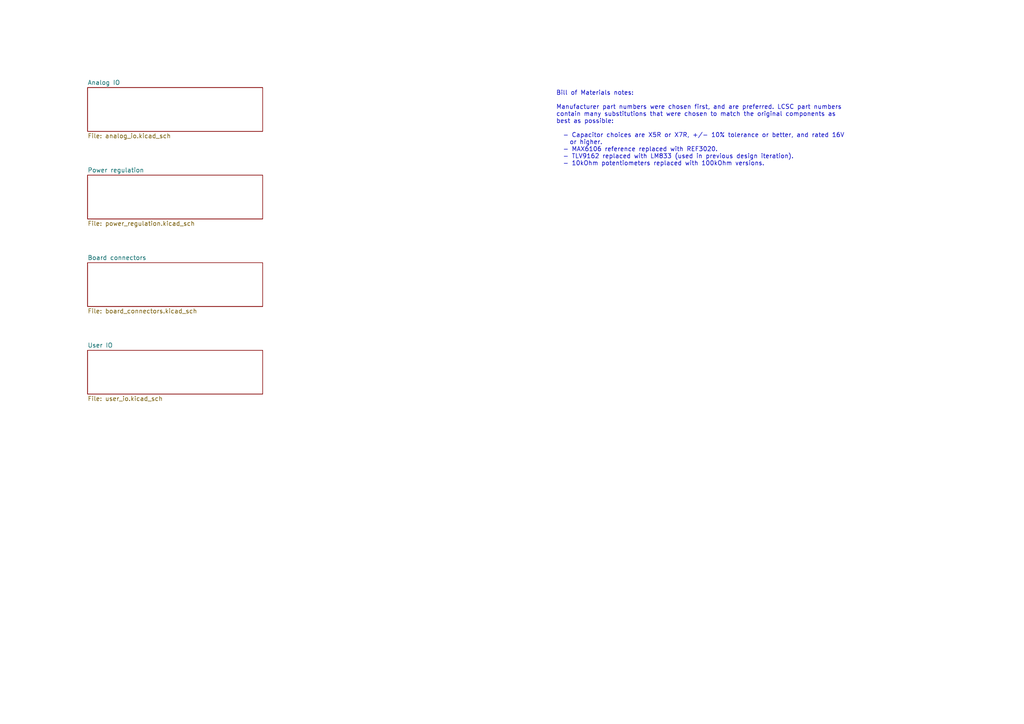
<source format=kicad_sch>
(kicad_sch (version 20230121) (generator eeschema)
  (paper "A4")
  (title_block (title "DSP PAW add-on board") (date "2023-09-13") (rev "2") (company "bitgloo") (comment 1 "Released under the CERN Open Hardware Licence Version 2 - Strongly Reciprocal"))
  (lib_symbols)
  (text "Bill of Materials notes:\n\nManufacturer part numbers were chosen first, and are preferred. LCSC part numbers\ncontain many substitutions that were chosen to match the original components as\nbest as possible:\n\n  - Capacitor choices are X5R or X7R, +/- 10% tolerance or better, and rated 16V\n    or higher.\n  - MAX6106 reference replaced with REF3020.\n  - TLV9162 replaced with LM833 (used in previous design iteration).\n  - 10kOhm potentiometers replaced with 100kOhm versions." (at 161.29 48.26 0) (effects (font (size 1.27 1.27)) (justify left bottom)))
  (sheet (at 25.4 76.2) (size 50.8 12.7) (stroke (width 0.1524))
    (property "Sheetname" "Board connectors" (at 25.4 75.4884 0) (effects (justify left bottom)))
    (property "Sheetfile" "board_connectors.kicad_sch" (at 25.4 89.4846 0) (effects (justify left top)))
  )
  (sheet (at 25.4 25.4) (size 50.8 12.7) (stroke (width 0.1524))
    (property "Sheetname" "Analog IO" (at 25.4 24.6884 0) (effects (justify left bottom)))
    (property "Sheetfile" "analog_io.kicad_sch" (at 25.4 38.6846 0) (effects (justify left top)))
  )
  (sheet (at 25.4 101.6) (size 50.8 12.7) (stroke (width 0.1524))
    (property "Sheetname" "User IO" (at 25.4 100.8884 0) (effects (justify left bottom)))
    (property "Sheetfile" "user_io.kicad_sch" (at 25.4 114.8846 0) (effects (justify left top)))
  )
  (sheet (at 25.4 50.8) (size 50.8 12.7) (stroke (width 0.1524))
    (property "Sheetname" "Power regulation" (at 25.4 50.0884 0) (effects (justify left bottom)))
    (property "Sheetfile" "power_regulation.kicad_sch" (at 25.4 64.0846 0) (effects (justify left top)))
  )
)
</source>
